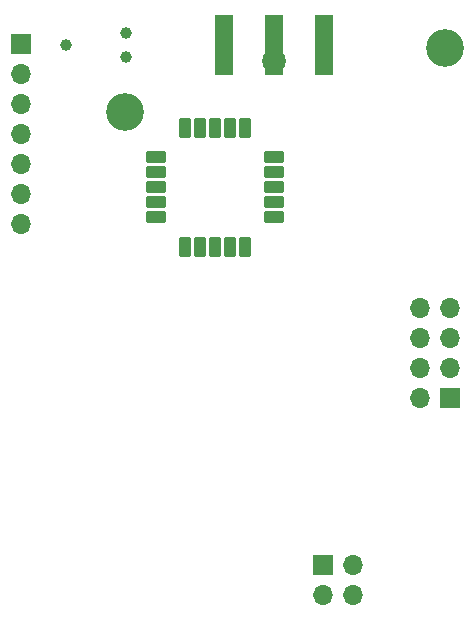
<source format=gbs>
G04 #@! TF.GenerationSoftware,KiCad,Pcbnew,7.0.7*
G04 #@! TF.CreationDate,2023-10-13T16:37:57+02:00*
G04 #@! TF.ProjectId,ithowifi_4l,6974686f-7769-4666-995f-346c2e6b6963,rev?*
G04 #@! TF.SameCoordinates,Original*
G04 #@! TF.FileFunction,Soldermask,Bot*
G04 #@! TF.FilePolarity,Negative*
%FSLAX46Y46*%
G04 Gerber Fmt 4.6, Leading zero omitted, Abs format (unit mm)*
G04 Created by KiCad (PCBNEW 7.0.7) date 2023-10-13 16:37:57*
%MOMM*%
%LPD*%
G01*
G04 APERTURE LIST*
G04 Aperture macros list*
%AMRoundRect*
0 Rectangle with rounded corners*
0 $1 Rounding radius*
0 $2 $3 $4 $5 $6 $7 $8 $9 X,Y pos of 4 corners*
0 Add a 4 corners polygon primitive as box body*
4,1,4,$2,$3,$4,$5,$6,$7,$8,$9,$2,$3,0*
0 Add four circle primitives for the rounded corners*
1,1,$1+$1,$2,$3*
1,1,$1+$1,$4,$5*
1,1,$1+$1,$6,$7*
1,1,$1+$1,$8,$9*
0 Add four rect primitives between the rounded corners*
20,1,$1+$1,$2,$3,$4,$5,0*
20,1,$1+$1,$4,$5,$6,$7,0*
20,1,$1+$1,$6,$7,$8,$9,0*
20,1,$1+$1,$8,$9,$2,$3,0*%
G04 Aperture macros list end*
%ADD10R,1.700000X1.700000*%
%ADD11O,1.700000X1.700000*%
%ADD12C,3.200000*%
%ADD13C,0.990600*%
%ADD14C,2.000000*%
%ADD15R,1.500000X5.080000*%
%ADD16RoundRect,0.101600X-0.400000X0.750000X-0.400000X-0.750000X0.400000X-0.750000X0.400000X0.750000X0*%
%ADD17RoundRect,0.101600X0.400000X0.750000X-0.400000X0.750000X-0.400000X-0.750000X0.400000X-0.750000X0*%
%ADD18RoundRect,0.101600X0.750000X0.400000X-0.750000X0.400000X-0.750000X-0.400000X0.750000X-0.400000X0*%
%ADD19RoundRect,0.101600X-0.750000X-0.400000X0.750000X-0.400000X0.750000X0.400000X-0.750000X0.400000X0*%
%ADD20RoundRect,0.101600X-0.750000X0.400000X-0.750000X-0.400000X0.750000X-0.400000X0.750000X0.400000X0*%
G04 APERTURE END LIST*
D10*
X85725000Y-107797600D03*
D11*
X85725000Y-110337600D03*
X85725000Y-112877600D03*
X85725000Y-115417600D03*
X85725000Y-117957600D03*
X85725000Y-120497600D03*
X85725000Y-123037600D03*
D12*
X94488000Y-113538000D03*
D10*
X111292000Y-151928000D03*
D11*
X113832000Y-151928000D03*
X111292000Y-154468000D03*
X113832000Y-154468000D03*
D13*
X94576000Y-108917400D03*
X89496000Y-107901400D03*
X94576000Y-106885400D03*
D14*
X107100780Y-109251460D03*
D12*
X121630000Y-108120000D03*
D10*
X122047000Y-137795000D03*
D11*
X119507000Y-137795000D03*
X122047000Y-135255000D03*
X119507000Y-135255000D03*
X122047000Y-132715000D03*
X119507000Y-132715000D03*
X122047000Y-130175000D03*
X119507000Y-130175000D03*
D15*
X107100000Y-107848400D03*
X102850000Y-107848400D03*
X111350000Y-107848400D03*
D16*
X99560000Y-114950000D03*
D17*
X100829990Y-114950000D03*
D16*
X102100000Y-114950000D03*
X103370000Y-114950000D03*
X104640000Y-114950000D03*
D18*
X107100000Y-117410000D03*
D19*
X107100000Y-118679990D03*
X107100000Y-119950000D03*
X107100000Y-121220000D03*
X107100000Y-122490000D03*
D16*
X104640000Y-124950000D03*
X103370000Y-124950000D03*
X102100000Y-124950000D03*
X100829990Y-124950000D03*
X99560000Y-124950000D03*
D20*
X97100000Y-122490000D03*
D18*
X97100000Y-121220000D03*
X97100000Y-119950000D03*
X97100000Y-118679990D03*
X97100000Y-117410000D03*
M02*

</source>
